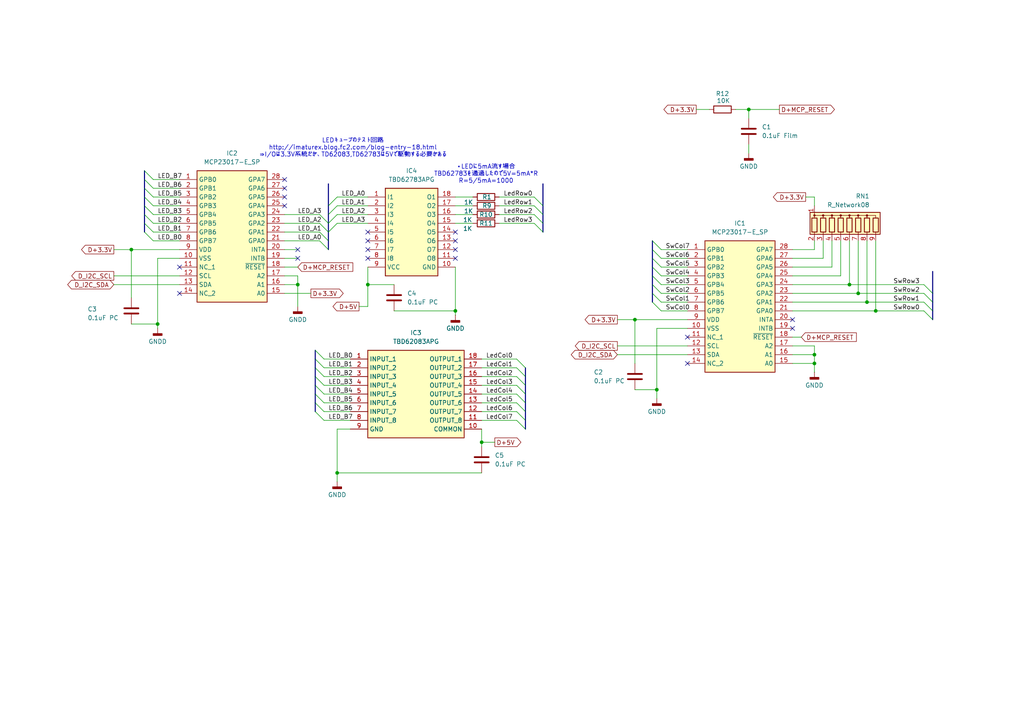
<source format=kicad_sch>
(kicad_sch (version 20231120) (generator "eeschema") (generator_version "8.0")
  (paper "A4")
  (lib_symbols
    (symbol "Device:C" (pin_numbers hide) (pin_names (offset 0.254))
      (property "Reference" "C" (at 0.635 2.54 0))
      (property "Value" "C" (at 0.635 -2.54 0))
      (symbol "C_0_1"
        (polyline (pts (xy -2.032 -0.762) (xy 2.032 -0.762)) (stroke (width 0.508)))
        (polyline (pts (xy -2.032 0.762) (xy 2.032 0.762)) (stroke (width 0.508)))
      )
      (symbol "C_1_1"
        (pin passive line (at 0 3.81 270) (length 2.794) (name "~") (number "1"))
        (pin passive line (at 0 -3.81 90) (length 2.794) (name "~") (number "2"))
      )
    )
    (symbol "Device:R" (pin_numbers hide) (pin_names (offset 0))
      (property "Reference" "R" (at 2.032 0 90))
      (property "Value" "R" (at 0 0 90))
      (symbol "R_0_1"
        (rectangle (start -1.016 -2.54) (end 1.016 2.54) (stroke (width 0.254)))
      )
      (symbol "R_1_1"
        (pin passive line (at 0 3.81 270) (length 1.27) (name "~") (number "1"))
        (pin passive line (at 0 -3.81 90) (length 1.27) (name "~") (number "2"))
      )
    )
    (symbol "Device:R_Network08" (pin_names (offset 0) hide)
      (property "Reference" "RN" (at -12.7 0 90))
      (property "Value" "R_Network08" (at 10.16 0 90))
      (symbol "R_Network08_0_1"
        (rectangle (start -11.43 -3.175) (end 8.89 3.175) (stroke (width 0.254)) (fill (type background)))
        (rectangle (start -10.922 1.524) (end -9.398 -2.54) (stroke (width 0.254)))
        (circle (center -10.16 2.286) (radius 0.254) (fill (type outline)))
        (rectangle (start -8.382 1.524) (end -6.858 -2.54) (stroke (width 0.254)))
        (circle (center -7.62 2.286) (radius 0.254) (fill (type outline)))
        (rectangle (start -5.842 1.524) (end -4.318 -2.54) (stroke (width 0.254)))
        (circle (center -5.08 2.286) (radius 0.254) (fill (type outline)))
        (rectangle (start -3.302 1.524) (end -1.778 -2.54) (stroke (width 0.254)))
        (circle (center -2.54 2.286) (radius 0.254) (fill (type outline)))
        (rectangle (start -0.762 1.524) (end 0.762 -2.54) (stroke (width 0.254)))
        (polyline (pts (xy -10.16 -2.54) (xy -10.16 -3.81)))
        (polyline (pts (xy -7.62 -2.54) (xy -7.62 -3.81)))
        (polyline (pts (xy -5.08 -2.54) (xy -5.08 -3.81)))
        (polyline (pts (xy -2.54 -2.54) (xy -2.54 -3.81)))
        (polyline (pts (xy 0 -2.54) (xy 0 -3.81)))
        (polyline (pts (xy 2.54 -2.54) (xy 2.54 -3.81)))
        (polyline (pts (xy 5.08 -2.54) (xy 5.08 -3.81)))
        (polyline (pts (xy 7.62 -2.54) (xy 7.62 -3.81)))
        (polyline (pts (xy -10.16 1.524) (xy -10.16 2.286) (xy -7.62 2.286) (xy -7.62 1.524)))
        (polyline (pts (xy -7.62 1.524) (xy -7.62 2.286) (xy -5.08 2.286) (xy -5.08 1.524)))
        (polyline (pts (xy -5.08 1.524) (xy -5.08 2.286) (xy -2.54 2.286) (xy -2.54 1.524)))
        (polyline (pts (xy -2.54 1.524) (xy -2.54 2.286) (xy 0 2.286) (xy 0 1.524)))
        (polyline (pts (xy 0 1.524) (xy 0 2.286) (xy 2.54 2.286) (xy 2.54 1.524)))
        (polyline (pts (xy 2.54 1.524) (xy 2.54 2.286) (xy 5.08 2.286) (xy 5.08 1.524)))
        (polyline (pts (xy 5.08 1.524) (xy 5.08 2.286) (xy 7.62 2.286) (xy 7.62 1.524)))
        (circle (center 0 2.286) (radius 0.254) (fill (type outline)))
        (rectangle (start 1.778 1.524) (end 3.302 -2.54) (stroke (width 0.254)))
        (circle (center 2.54 2.286) (radius 0.254) (fill (type outline)))
        (rectangle (start 4.318 1.524) (end 5.842 -2.54) (stroke (width 0.254)))
        (circle (center 5.08 2.286) (radius 0.254) (fill (type outline)))
        (rectangle (start 6.858 1.524) (end 8.382 -2.54) (stroke (width 0.254)))
      )
      (symbol "R_Network08_1_1"
        (pin passive line (at -10.16 5.08 270) (length 2.54) (name "common") (number "1"))
        (pin passive line (at -10.16 -5.08 90) (length 1.27) (name "R1") (number "2"))
        (pin passive line (at -7.62 -5.08 90) (length 1.27) (name "R2") (number "3"))
        (pin passive line (at -5.08 -5.08 90) (length 1.27) (name "R3") (number "4"))
        (pin passive line (at -2.54 -5.08 90) (length 1.27) (name "R4") (number "5"))
        (pin passive line (at 0 -5.08 90) (length 1.27) (name "R5") (number "6"))
        (pin passive line (at 2.54 -5.08 90) (length 1.27) (name "R6") (number "7"))
        (pin passive line (at 5.08 -5.08 90) (length 1.27) (name "R7") (number "8"))
        (pin passive line (at 7.62 -5.08 90) (length 1.27) (name "R8") (number "9"))
      )
    )
    (symbol "SamacSys_Parts:MCP23017-E_SP"
      (property "Reference" "IC" (at 26.67 7.62 0))
      (property "Value" "MCP23017-E_SP" (at 26.67 5.08 0))
      (symbol "MCP23017-E_SP_1_1"
        (rectangle (start 5.08 2.54) (end 25.4 -35.56) (stroke (width 0.254)) (fill (type background)))
        (pin passive line (at 0 0 0) (length 5.08) (name "GPB0") (number "1"))
        (pin passive line (at 0 -22.86 0) (length 5.08) (name "VSS") (number "10"))
        (pin passive line (at 0 -25.4 0) (length 5.08) (name "NC_1") (number "11"))
        (pin passive line (at 0 -27.94 0) (length 5.08) (name "SCL") (number "12"))
        (pin passive line (at 0 -30.48 0) (length 5.08) (name "SDA") (number "13"))
        (pin passive line (at 0 -33.02 0) (length 5.08) (name "NC_2") (number "14"))
        (pin passive line (at 30.48 -33.02 180) (length 5.08) (name "A0") (number "15"))
        (pin passive line (at 30.48 -30.48 180) (length 5.08) (name "A1") (number "16"))
        (pin passive line (at 30.48 -27.94 180) (length 5.08) (name "A2") (number "17"))
        (pin passive line (at 30.48 -25.4 180) (length 5.08) (name "~{RESET}") (number "18"))
        (pin passive line (at 30.48 -22.86 180) (length 5.08) (name "INTB") (number "19"))
        (pin passive line (at 0 -2.54 0) (length 5.08) (name "GPB1") (number "2"))
        (pin passive line (at 30.48 -20.32 180) (length 5.08) (name "INTA") (number "20"))
        (pin passive line (at 30.48 -17.78 180) (length 5.08) (name "GPA0") (number "21"))
        (pin passive line (at 30.48 -15.24 180) (length 5.08) (name "GPA1") (number "22"))
        (pin passive line (at 30.48 -12.7 180) (length 5.08) (name "GPA2") (number "23"))
        (pin passive line (at 30.48 -10.16 180) (length 5.08) (name "GPA3") (number "24"))
        (pin passive line (at 30.48 -7.62 180) (length 5.08) (name "GPA4") (number "25"))
        (pin passive line (at 30.48 -5.08 180) (length 5.08) (name "GPA5") (number "26"))
        (pin passive line (at 30.48 -2.54 180) (length 5.08) (name "GPA6") (number "27"))
        (pin passive line (at 30.48 0 180) (length 5.08) (name "GPA7") (number "28"))
        (pin passive line (at 0 -5.08 0) (length 5.08) (name "GPB2") (number "3"))
        (pin passive line (at 0 -7.62 0) (length 5.08) (name "GPB3") (number "4"))
        (pin passive line (at 0 -10.16 0) (length 5.08) (name "GPB4") (number "5"))
        (pin passive line (at 0 -12.7 0) (length 5.08) (name "GPB5") (number "6"))
        (pin passive line (at 0 -15.24 0) (length 5.08) (name "GPB6") (number "7"))
        (pin passive line (at 0 -17.78 0) (length 5.08) (name "GPB7") (number "8"))
        (pin passive line (at 0 -20.32 0) (length 5.08) (name "VDD") (number "9"))
      )
    )
    (symbol "SamacSys_Parts:TBD62083APG"
      (property "Reference" "IC" (at 34.29 7.62 0))
      (property "Value" "TBD62083APG" (at 34.29 5.08 0))
      (symbol "TBD62083APG_1_1"
        (rectangle (start 5.08 2.54) (end 33.02 -22.86) (stroke (width 0.254)) (fill (type background)))
        (pin input line (at 0 0 0) (length 5.08) (name "INPUT_1") (number "1"))
        (pin power_in line (at 38.1 -20.32 180) (length 5.08) (name "COMMON") (number "10"))
        (pin output line (at 38.1 -17.78 180) (length 5.08) (name "OUTPUT_8") (number "11"))
        (pin output line (at 38.1 -15.24 180) (length 5.08) (name "OUTPUT_7") (number "12"))
        (pin output line (at 38.1 -12.7 180) (length 5.08) (name "OUTPUT_6") (number "13"))
        (pin output line (at 38.1 -10.16 180) (length 5.08) (name "OUTPUT_5") (number "14"))
        (pin output line (at 38.1 -7.62 180) (length 5.08) (name "OUTPUT_4") (number "15"))
        (pin output line (at 38.1 -5.08 180) (length 5.08) (name "OUTPUT_3") (number "16"))
        (pin output line (at 38.1 -2.54 180) (length 5.08) (name "OUTPUT_2") (number "17"))
        (pin output line (at 38.1 0 180) (length 5.08) (name "OUTPUT_1") (number "18"))
        (pin input line (at 0 -2.54 0) (length 5.08) (name "INPUT_2") (number "2"))
        (pin input line (at 0 -5.08 0) (length 5.08) (name "INPUT_3") (number "3"))
        (pin input line (at 0 -7.62 0) (length 5.08) (name "INPUT_4") (number "4"))
        (pin input line (at 0 -10.16 0) (length 5.08) (name "INPUT_5") (number "5"))
        (pin input line (at 0 -12.7 0) (length 5.08) (name "INPUT_6") (number "6"))
        (pin input line (at 0 -15.24 0) (length 5.08) (name "INPUT_7") (number "7"))
        (pin input line (at 0 -17.78 0) (length 5.08) (name "INPUT_8") (number "8"))
        (pin power_in line (at 0 -20.32 0) (length 5.08) (name "GND") (number "9"))
      )
    )
    (symbol "SamacSys_Parts:TBD62783APG"
      (property "Reference" "IC" (at 21.59 7.62 0))
      (property "Value" "TBD62783APG" (at 21.59 5.08 0))
      (symbol "TBD62783APG_1_1"
        (rectangle (start 5.08 2.54) (end 20.32 -22.86) (stroke (width 0.254)) (fill (type background)))
        (pin passive line (at 0 0 0) (length 5.08) (name "I1") (number "1"))
        (pin passive line (at 25.4 -20.32 180) (length 5.08) (name "GND") (number "10"))
        (pin passive line (at 25.4 -17.78 180) (length 5.08) (name "O8") (number "11"))
        (pin passive line (at 25.4 -15.24 180) (length 5.08) (name "O7") (number "12"))
        (pin passive line (at 25.4 -12.7 180) (length 5.08) (name "O6") (number "13"))
        (pin passive line (at 25.4 -10.16 180) (length 5.08) (name "O5") (number "14"))
        (pin passive line (at 25.4 -7.62 180) (length 5.08) (name "O4") (number "15"))
        (pin passive line (at 25.4 -5.08 180) (length 5.08) (name "O3") (number "16"))
        (pin passive line (at 25.4 -2.54 180) (length 5.08) (name "O2") (number "17"))
        (pin passive line (at 25.4 0 180) (length 5.08) (name "O1") (number "18"))
        (pin passive line (at 0 -2.54 0) (length 5.08) (name "I2") (number "2"))
        (pin passive line (at 0 -5.08 0) (length 5.08) (name "I3") (number "3"))
        (pin passive line (at 0 -7.62 0) (length 5.08) (name "I4") (number "4"))
        (pin passive line (at 0 -10.16 0) (length 5.08) (name "I5") (number "5"))
        (pin passive line (at 0 -12.7 0) (length 5.08) (name "I6") (number "6"))
        (pin passive line (at 0 -15.24 0) (length 5.08) (name "I7") (number "7"))
        (pin passive line (at 0 -17.78 0) (length 5.08) (name "I8") (number "8"))
        (pin passive line (at 0 -20.32 0) (length 5.08) (name "VCC") (number "9"))
      )
    )
    (symbol "power:GNDD" (power) (pin_numbers hide) (pin_names (offset 0) hide)
      (property "Value" "GNDD" (at 0 -3.175 0))
      (symbol "GNDD_0_1"
        (rectangle (start -1.27 -1.524) (end 1.27 -2.032) (stroke (width 0.254)) (fill (type outline)))
        (polyline (pts (xy 0 0) (xy 0 -1.524)))
      )
      (symbol "GNDD_1_1"
        (pin power_in line (at 0 0 270) (length 0) (name "~") (number "1"))
      )
    )
  )
  (junction (at 132.08 90.17))
  (junction (at 106.68 82.55))
  (junction (at 246.38 82.55))
  (junction (at 248.92 85.09))
  (junction (at 184.15 92.71))
  (junction (at 236.22 105.41))
  (junction (at 139.7 128.27))
  (junction (at 38.1 72.39))
  (junction (at 190.5 113.03))
  (junction (at 251.46 87.63))
  (junction (at 217.17 31.75))
  (junction (at 254 90.17))
  (junction (at 236.22 102.87))
  (junction (at 97.79 137.16))
  (junction (at 45.72 93.98))
  (junction (at 86.36 82.55))
  (no_connect (at 229.87 95.25))
  (no_connect (at 106.68 67.31))
  (no_connect (at 82.55 52.07))
  (no_connect (at 132.08 67.31))
  (no_connect (at 82.55 57.15))
  (no_connect (at 106.68 74.93))
  (no_connect (at 52.07 85.09))
  (no_connect (at 132.08 69.85))
  (no_connect (at 86.36 72.39))
  (no_connect (at 132.08 74.93))
  (no_connect (at 199.39 105.41))
  (no_connect (at 106.68 69.85))
  (no_connect (at 86.36 74.93))
  (no_connect (at 82.55 59.69))
  (no_connect (at 229.87 92.71))
  (no_connect (at 106.68 72.39))
  (no_connect (at 132.08 72.39))
  (no_connect (at 199.39 97.79))
  (no_connect (at 82.55 54.61))
  (no_connect (at 52.07 77.47))
  (bus_entry (at 149.86 119.38) (size 2.54 2.54))
  (bus_entry (at 149.86 121.92) (size 2.54 2.54))
  (bus_entry (at 157.48 64.77) (size -2.54 -2.54))
  (bus_entry (at 149.86 106.68) (size 2.54 2.54))
  (bus_entry (at 41.91 49.53) (size 2.54 2.54))
  (bus_entry (at 91.44 111.76) (size 2.54 2.54))
  (bus_entry (at 189.23 87.63) (size 2.54 2.54))
  (bus_entry (at 91.44 114.3) (size 2.54 2.54))
  (bus_entry (at 97.79 64.77) (size -2.54 2.54))
  (bus_entry (at 149.86 111.76) (size 2.54 2.54))
  (bus_entry (at 189.23 80.01) (size 2.54 2.54))
  (bus_entry (at 189.23 77.47) (size 2.54 2.54))
  (bus_entry (at 41.91 59.69) (size 2.54 2.54))
  (bus_entry (at 189.23 82.55) (size 2.54 2.54))
  (bus_entry (at 157.48 59.69) (size -2.54 -2.54))
  (bus_entry (at 91.44 106.68) (size 2.54 2.54))
  (bus_entry (at 270.51 90.17) (size -2.54 -2.54))
  (bus_entry (at 97.79 59.69) (size -2.54 2.54))
  (bus_entry (at 41.91 62.23) (size 2.54 2.54))
  (bus_entry (at 92.71 67.31) (size 2.54 2.54))
  (bus_entry (at 92.71 62.23) (size 2.54 2.54))
  (bus_entry (at 270.51 85.09) (size -2.54 -2.54))
  (bus_entry (at 41.91 54.61) (size 2.54 2.54))
  (bus_entry (at 97.79 62.23) (size -2.54 2.54))
  (bus_entry (at 157.48 67.31) (size -2.54 -2.54))
  (bus_entry (at 91.44 116.84) (size 2.54 2.54))
  (bus_entry (at 149.86 109.22) (size 2.54 2.54))
  (bus_entry (at 270.51 92.71) (size -2.54 -2.54))
  (bus_entry (at 189.23 74.93) (size 2.54 2.54))
  (bus_entry (at 92.71 69.85) (size 2.54 2.54))
  (bus_entry (at 157.48 62.23) (size -2.54 -2.54))
  (bus_entry (at 270.51 87.63) (size -2.54 -2.54))
  (bus_entry (at 91.44 104.14) (size 2.54 2.54))
  (bus_entry (at 149.86 116.84) (size 2.54 2.54))
  (bus_entry (at 92.71 64.77) (size 2.54 2.54))
  (bus_entry (at 189.23 85.09) (size 2.54 2.54))
  (bus_entry (at 91.44 119.38) (size 2.54 2.54))
  (bus_entry (at 41.91 52.07) (size 2.54 2.54))
  (bus_entry (at 91.44 101.6) (size 2.54 2.54))
  (bus_entry (at 91.44 109.22) (size 2.54 2.54))
  (bus_entry (at 189.23 69.85) (size 2.54 2.54))
  (bus_entry (at 149.86 104.14) (size 2.54 2.54))
  (bus_entry (at 41.91 57.15) (size 2.54 2.54))
  (bus_entry (at 41.91 67.31) (size 2.54 2.54))
  (bus_entry (at 189.23 72.39) (size 2.54 2.54))
  (bus_entry (at 41.91 64.77) (size 2.54 2.54))
  (bus_entry (at 97.79 57.15) (size -2.54 2.54))
  (bus_entry (at 149.86 114.3) (size 2.54 2.54))
  (wire (pts (xy 184.15 92.71) (xy 184.15 105.41)))
  (wire (pts (xy 246.38 82.55) (xy 246.38 69.85)))
  (bus (pts (xy 95.25 62.23) (xy 95.25 64.77)))
  (bus (pts (xy 152.4 114.3) (xy 152.4 116.84)))
  (wire (pts (xy 191.77 72.39) (xy 199.39 72.39)))
  (wire (pts (xy 241.3 77.47) (xy 241.3 69.85)))
  (wire (pts (xy 44.45 57.15) (xy 52.07 57.15)))
  (wire (pts (xy 190.5 113.03) (xy 190.5 115.57)))
  (wire (pts (xy 144.78 57.15) (xy 154.94 57.15)))
  (wire (pts (xy 229.87 90.17) (xy 254 90.17)))
  (bus (pts (xy 152.4 119.38) (xy 152.4 121.92)))
  (bus (pts (xy 157.48 53.34) (xy 157.48 59.69)))
  (wire (pts (xy 217.17 31.75) (xy 217.17 34.29)))
  (bus (pts (xy 157.48 62.23) (xy 157.48 64.77)))
  (wire (pts (xy 139.7 106.68) (xy 149.86 106.68)))
  (bus (pts (xy 91.44 106.68) (xy 91.44 109.22)))
  (wire (pts (xy 45.72 74.93) (xy 45.72 93.98)))
  (bus (pts (xy 91.44 104.14) (xy 91.44 106.68)))
  (bus (pts (xy 41.91 62.23) (xy 41.91 64.77)))
  (wire (pts (xy 93.98 111.76) (xy 101.6 111.76)))
  (wire (pts (xy 144.78 64.77) (xy 154.94 64.77)))
  (wire (pts (xy 139.7 111.76) (xy 149.86 111.76)))
  (wire (pts (xy 229.87 74.93) (xy 238.76 74.93)))
  (wire (pts (xy 82.55 72.39) (xy 86.36 72.39)))
  (wire (pts (xy 44.45 67.31) (xy 52.07 67.31)))
  (wire (pts (xy 132.08 77.47) (xy 132.08 90.17)))
  (wire (pts (xy 179.07 100.33) (xy 199.39 100.33)))
  (wire (pts (xy 229.87 100.33) (xy 236.22 100.33)))
  (wire (pts (xy 229.87 85.09) (xy 248.92 85.09)))
  (wire (pts (xy 144.78 62.23) (xy 154.94 62.23)))
  (wire (pts (xy 184.15 113.03) (xy 190.5 113.03)))
  (wire (pts (xy 248.92 85.09) (xy 267.97 85.09)))
  (wire (pts (xy 97.79 64.77) (xy 106.68 64.77)))
  (wire (pts (xy 97.79 124.46) (xy 97.79 137.16)))
  (wire (pts (xy 229.87 80.01) (xy 243.84 80.01)))
  (wire (pts (xy 82.55 69.85) (xy 92.71 69.85)))
  (wire (pts (xy 93.98 121.92) (xy 101.6 121.92)))
  (wire (pts (xy 236.22 102.87) (xy 236.22 105.41)))
  (wire (pts (xy 190.5 95.25) (xy 190.5 113.03)))
  (bus (pts (xy 270.51 87.63) (xy 270.51 90.17)))
  (wire (pts (xy 238.76 74.93) (xy 238.76 69.85)))
  (wire (pts (xy 44.45 54.61) (xy 52.07 54.61)))
  (wire (pts (xy 139.7 124.46) (xy 139.7 128.27)))
  (wire (pts (xy 38.1 72.39) (xy 52.07 72.39)))
  (bus (pts (xy 270.51 85.09) (xy 270.51 87.63)))
  (wire (pts (xy 248.92 85.09) (xy 248.92 69.85)))
  (wire (pts (xy 201.93 31.75) (xy 205.74 31.75)))
  (wire (pts (xy 254 90.17) (xy 267.97 90.17)))
  (wire (pts (xy 33.02 80.01) (xy 52.07 80.01)))
  (wire (pts (xy 86.36 82.55) (xy 82.55 82.55)))
  (wire (pts (xy 33.02 82.55) (xy 52.07 82.55)))
  (bus (pts (xy 91.44 101.6) (xy 91.44 104.14)))
  (bus (pts (xy 91.44 111.76) (xy 91.44 114.3)))
  (wire (pts (xy 139.7 114.3) (xy 149.86 114.3)))
  (bus (pts (xy 189.23 72.39) (xy 189.23 74.93)))
  (bus (pts (xy 189.23 69.85) (xy 189.23 72.39)))
  (wire (pts (xy 106.68 82.55) (xy 106.68 77.47)))
  (bus (pts (xy 41.91 49.53) (xy 41.91 52.07)))
  (wire (pts (xy 97.79 137.16) (xy 97.79 139.7)))
  (wire (pts (xy 132.08 59.69) (xy 137.16 59.69)))
  (wire (pts (xy 139.7 128.27) (xy 143.51 128.27)))
  (wire (pts (xy 82.55 67.31) (xy 92.71 67.31)))
  (wire (pts (xy 44.45 52.07) (xy 52.07 52.07)))
  (wire (pts (xy 144.78 59.69) (xy 154.94 59.69)))
  (bus (pts (xy 41.91 57.15) (xy 41.91 59.69)))
  (wire (pts (xy 251.46 87.63) (xy 251.46 69.85)))
  (wire (pts (xy 229.87 97.79) (xy 232.41 97.79)))
  (wire (pts (xy 45.72 93.98) (xy 45.72 95.25)))
  (wire (pts (xy 97.79 62.23) (xy 106.68 62.23)))
  (wire (pts (xy 106.68 82.55) (xy 114.3 82.55)))
  (wire (pts (xy 44.45 69.85) (xy 52.07 69.85)))
  (wire (pts (xy 217.17 41.91) (xy 217.17 44.45)))
  (bus (pts (xy 41.91 54.61) (xy 41.91 57.15)))
  (wire (pts (xy 33.02 72.39) (xy 38.1 72.39)))
  (bus (pts (xy 270.51 90.17) (xy 270.51 92.71)))
  (wire (pts (xy 93.98 106.68) (xy 101.6 106.68)))
  (wire (pts (xy 132.08 90.17) (xy 132.08 91.44)))
  (wire (pts (xy 44.45 59.69) (xy 52.07 59.69)))
  (wire (pts (xy 191.77 74.93) (xy 199.39 74.93)))
  (wire (pts (xy 139.7 121.92) (xy 149.86 121.92)))
  (wire (pts (xy 97.79 59.69) (xy 106.68 59.69)))
  (wire (pts (xy 38.1 93.98) (xy 45.72 93.98)))
  (wire (pts (xy 233.68 57.15) (xy 236.22 57.15)))
  (wire (pts (xy 199.39 95.25) (xy 190.5 95.25)))
  (wire (pts (xy 82.55 80.01) (xy 86.36 80.01)))
  (wire (pts (xy 44.45 62.23) (xy 52.07 62.23)))
  (wire (pts (xy 132.08 64.77) (xy 137.16 64.77)))
  (wire (pts (xy 246.38 82.55) (xy 267.97 82.55)))
  (wire (pts (xy 191.77 77.47) (xy 199.39 77.47)))
  (wire (pts (xy 251.46 87.63) (xy 267.97 87.63)))
  (wire (pts (xy 52.07 74.93) (xy 45.72 74.93)))
  (wire (pts (xy 106.68 88.9) (xy 106.68 82.55)))
  (wire (pts (xy 86.36 88.9) (xy 86.36 82.55)))
  (wire (pts (xy 236.22 105.41) (xy 236.22 107.95)))
  (wire (pts (xy 139.7 116.84) (xy 149.86 116.84)))
  (wire (pts (xy 139.7 128.27) (xy 139.7 129.54)))
  (bus (pts (xy 41.91 52.07) (xy 41.91 54.61)))
  (wire (pts (xy 184.15 92.71) (xy 199.39 92.71)))
  (wire (pts (xy 229.87 82.55) (xy 246.38 82.55)))
  (bus (pts (xy 189.23 82.55) (xy 189.23 85.09)))
  (wire (pts (xy 82.55 85.09) (xy 90.17 85.09)))
  (bus (pts (xy 41.91 59.69) (xy 41.91 62.23)))
  (wire (pts (xy 44.45 64.77) (xy 52.07 64.77)))
  (bus (pts (xy 189.23 77.47) (xy 189.23 80.01)))
  (bus (pts (xy 95.25 64.77) (xy 95.25 67.31)))
  (bus (pts (xy 189.23 80.01) (xy 189.23 82.55)))
  (bus (pts (xy 157.48 64.77) (xy 157.48 67.31)))
  (wire (pts (xy 254 90.17) (xy 254 69.85)))
  (wire (pts (xy 132.08 57.15) (xy 137.16 57.15)))
  (wire (pts (xy 38.1 72.39) (xy 38.1 86.36)))
  (bus (pts (xy 270.51 78.74) (xy 270.51 85.09)))
  (bus (pts (xy 95.25 53.34) (xy 95.25 59.69)))
  (wire (pts (xy 104.14 88.9) (xy 106.68 88.9)))
  (wire (pts (xy 93.98 114.3) (xy 101.6 114.3)))
  (bus (pts (xy 152.4 111.76) (xy 152.4 114.3)))
  (wire (pts (xy 97.79 137.16) (xy 139.7 137.16)))
  (bus (pts (xy 157.48 59.69) (xy 157.48 62.23)))
  (bus (pts (xy 152.4 106.68) (xy 152.4 109.22)))
  (wire (pts (xy 229.87 77.47) (xy 241.3 77.47)))
  (wire (pts (xy 213.36 31.75) (xy 217.17 31.75)))
  (wire (pts (xy 139.7 119.38) (xy 149.86 119.38)))
  (wire (pts (xy 236.22 57.15) (xy 236.22 59.69)))
  (wire (pts (xy 82.55 74.93) (xy 86.36 74.93)))
  (wire (pts (xy 191.77 90.17) (xy 199.39 90.17)))
  (wire (pts (xy 191.77 82.55) (xy 199.39 82.55)))
  (wire (pts (xy 179.07 92.71) (xy 184.15 92.71)))
  (wire (pts (xy 93.98 119.38) (xy 101.6 119.38)))
  (wire (pts (xy 82.55 62.23) (xy 92.71 62.23)))
  (wire (pts (xy 86.36 80.01) (xy 86.36 82.55)))
  (wire (pts (xy 82.55 77.47) (xy 86.36 77.47)))
  (wire (pts (xy 93.98 109.22) (xy 101.6 109.22)))
  (bus (pts (xy 152.4 121.92) (xy 152.4 124.46)))
  (wire (pts (xy 93.98 104.14) (xy 101.6 104.14)))
  (wire (pts (xy 236.22 69.85) (xy 236.22 72.39)))
  (bus (pts (xy 189.23 74.93) (xy 189.23 77.47)))
  (bus (pts (xy 91.44 109.22) (xy 91.44 111.76)))
  (wire (pts (xy 191.77 85.09) (xy 199.39 85.09)))
  (bus (pts (xy 95.25 67.31) (xy 95.25 69.85)))
  (bus (pts (xy 95.25 59.69) (xy 95.25 62.23)))
  (wire (pts (xy 179.07 102.87) (xy 199.39 102.87)))
  (wire (pts (xy 229.87 102.87) (xy 236.22 102.87)))
  (bus (pts (xy 91.44 114.3) (xy 91.44 116.84)))
  (wire (pts (xy 93.98 116.84) (xy 101.6 116.84)))
  (wire (pts (xy 236.22 100.33) (xy 236.22 102.87)))
  (wire (pts (xy 132.08 62.23) (xy 137.16 62.23)))
  (wire (pts (xy 217.17 31.75) (xy 226.06 31.75)))
  (wire (pts (xy 82.55 64.77) (xy 92.71 64.77)))
  (bus (pts (xy 189.23 85.09) (xy 189.23 87.63)))
  (bus (pts (xy 152.4 109.22) (xy 152.4 111.76)))
  (wire (pts (xy 139.7 104.14) (xy 149.86 104.14)))
  (bus (pts (xy 152.4 116.84) (xy 152.4 119.38)))
  (bus (pts (xy 91.44 116.84) (xy 91.44 119.38)))
  (wire (pts (xy 191.77 87.63) (xy 199.39 87.63)))
  (wire (pts (xy 243.84 80.01) (xy 243.84 69.85)))
  (wire (pts (xy 139.7 109.22) (xy 149.86 109.22)))
  (bus (pts (xy 41.91 64.77) (xy 41.91 67.31)))
  (wire (pts (xy 236.22 72.39) (xy 229.87 72.39)))
  (bus (pts (xy 95.25 69.85) (xy 95.25 72.39)))
  (wire (pts (xy 229.87 105.41) (xy 236.22 105.41)))
  (wire (pts (xy 101.6 124.46) (xy 97.79 124.46)))
  (wire (pts (xy 229.87 87.63) (xy 251.46 87.63)))
  (wire (pts (xy 97.79 57.15) (xy 106.68 57.15)))
  (wire (pts (xy 114.3 90.17) (xy 132.08 90.17)))
  (wire (pts (xy 191.77 80.01) (xy 199.39 80.01)))
  (text "LEDキューブのテスト回路\nhttp://imaturex.blog.fc2.com/blog-entry-18.html\n⇒I/Oは3.3V系統だが、TD62083,TD62783は5Vで駆動する必要がある" (at 102.362 42.926 0) (effects (font (size 1.27 1.27))))
  (text "・LEDに5mA流す場合\nTBD62783を通過したので5V=5mA*R\nR=5/5mA=1000\n" (at 140.97 50.546 0) (effects (font (size 1.27 1.27))))
  (label "SwRow3" (at 259.08 82.55 0))
  (label "LED_B6" (at 45.72 54.61 0))
  (label "LED_A0" (at 86.36 69.85 0))
  (label "LedCol4" (at 140.97 114.3 0))
  (label "SwRow0" (at 259.08 90.17 0))
  (label "LED_B0" (at 95.25 104.14 0))
  (label "LedRow1" (at 146.05 59.69 0))
  (label "SwCol0" (at 193.04 90.17 0))
  (label "LED_B1" (at 95.25 106.68 0))
  (label "LedCol0" (at 140.97 104.14 0))
  (label "SwCol2" (at 193.04 85.09 0))
  (label "LED_B2" (at 45.72 64.77 0))
  (label "SwCol4" (at 193.04 80.01 0))
  (label "LedCol3" (at 140.97 111.76 0))
  (label "LED_A3" (at 99.06 64.77 0))
  (label "LED_A2" (at 99.06 62.23 0))
  (label "LedCol7" (at 140.97 121.92 0))
  (label "LED_B1" (at 45.72 67.31 0))
  (label "LED_A1" (at 86.36 67.31 0))
  (label "LED_A1" (at 99.06 59.69 0))
  (label "LED_B3" (at 95.25 111.76 0))
  (label "SwCol3" (at 193.04 82.55 0))
  (label "LED_B4" (at 45.72 59.69 0))
  (label "LedCol1" (at 140.97 106.68 0))
  (label "LED_A2" (at 86.36 64.77 0))
  (label "SwCol1" (at 193.04 87.63 0))
  (label "SwCol7" (at 193.04 72.39 0))
  (label "LED_B0" (at 45.72 69.85 0))
  (label "LedRow2" (at 146.05 62.23 0))
  (label "LED_B5" (at 45.72 57.15 0))
  (label "SwCol5" (at 193.04 77.47 0))
  (label "LED_B3" (at 45.72 62.23 0))
  (label "LED_A0" (at 99.06 57.15 0))
  (label "LED_B7" (at 95.25 121.92 0))
  (label "LedCol6" (at 140.97 119.38 0))
  (label "SwCol6" (at 193.04 74.93 0))
  (label "LedCol5" (at 140.97 116.84 0))
  (label "LED_B7" (at 45.72 52.07 0))
  (label "LedRow3" (at 146.05 64.77 0))
  (label "LedRow0" (at 146.05 57.15 0))
  (label "LED_B6" (at 95.25 119.38 0))
  (label "LED_A3" (at 86.36 62.23 0))
  (label "LedCol2" (at 140.97 109.22 0))
  (label "LED_B2" (at 95.25 109.22 0))
  (label "SwRow2" (at 259.08 85.09 0))
  (label "LED_B4" (at 95.25 114.3 0))
  (label "SwRow1" (at 259.08 87.63 0))
  (label "LED_B5" (at 95.25 116.84 0))
  (global_label "D_I2C_SCL" (shape output) (at 179.07 100.33 180) (property "Intersheetrefs" "${INTERSHEET_REFS}" (effects (hide yes))))
  (global_label "D+MCP_RESET" (shape output) (at 226.06 31.75 0) (property "Intersheetrefs" "${INTERSHEET_REFS}" (effects (hide yes))))
  (global_label "D+5V" (shape output) (at 143.51 128.27 0) (property "Intersheetrefs" "${INTERSHEET_REFS}" (effects (hide yes))))
  (global_label "D+3.3V" (shape output) (at 179.07 92.71 180) (property "Intersheetrefs" "${INTERSHEET_REFS}" (effects (hide yes))))
  (global_label "D+3.3V" (shape output) (at 90.17 85.09 0) (property "Intersheetrefs" "${INTERSHEET_REFS}" (effects (hide yes))))
  (global_label "D+3.3V" (shape output) (at 233.68 57.15 180) (property "Intersheetrefs" "${INTERSHEET_REFS}" (effects (hide yes))))
  (global_label "D+5V" (shape output) (at 104.14 88.9 180) (property "Intersheetrefs" "${INTERSHEET_REFS}" (effects (hide yes))))
  (global_label "D_I2C_SDA" (shape bidirectional) (at 33.02 82.55 180) (property "Intersheetrefs" "${INTERSHEET_REFS}" (effects (hide yes))))
  (global_label "D+MCP_RESET" (shape input) (at 86.36 77.47 0) (property "Intersheetrefs" "${INTERSHEET_REFS}" (effects (hide yes))))
  (global_label "D+MCP_RESET" (shape input) (at 232.41 97.79 0) (property "Intersheetrefs" "${INTERSHEET_REFS}" (effects (hide yes))))
  (global_label "D_I2C_SCL" (shape output) (at 33.02 80.01 180) (property "Intersheetrefs" "${INTERSHEET_REFS}" (effects (hide yes))))
  (global_label "D+3.3V" (shape output) (at 201.93 31.75 180) (property "Intersheetrefs" "${INTERSHEET_REFS}" (effects (hide yes))))
  (global_label "D_I2C_SDA" (shape bidirectional) (at 179.07 102.87 180) (property "Intersheetrefs" "${INTERSHEET_REFS}" (effects (hide yes))))
  (global_label "D+3.3V" (shape output) (at 33.02 72.39 180) (property "Intersheetrefs" "${INTERSHEET_REFS}" (effects (hide yes))))
  (symbol (lib_id "Device:R") (at 140.97 59.69 90) (unit 1)
    (property "Reference" "R9" (at 141.224 59.69 90))
    (property "Value" "1K" (at 135.89 61.214 90))
    (property "Footprint" "Resistor_THT:R_Axial_DIN0207_L6.3mm_D2.5mm_P7.62mm_Horizontal" (effects (hide yes)))
    (property "Description" "Resistor" (effects (hide yes)))
  )
  (symbol (lib_id "Device:R_Network08") (at 246.38 64.77 0) (unit 1)
    (property "Reference" "RN1" (at 252.222 56.896 0) (effects (justify right)))
    (property "Value" "R_Network08" (at 252.222 59.436 0) (effects (justify right)))
    (property "Footprint" "Resistor_THT:R_Array_SIP9" (effects (hide yes)))
    (property "Datasheet" "http://www.vishay.com/docs/31509/csc.pdf" (effects (hide yes)))
    (property "Description" "8 resistor network, star topology, bussed resistors, small symbol" (effects (hide yes)))
  )
  (symbol (lib_id "Device:C") (at 139.7 133.35 0) (unit 1)
    (property "Reference" "C5" (at 143.51 132.0799 0) (effects (justify left)))
    (property "Value" "0.1uF PC" (at 143.51 134.6199 0) (effects (justify left)))
    (property "Footprint" "Capacitor_THT:C_Disc_D5.1mm_W3.2mm_P5.00mm" (effects (hide yes)))
    (property "Description" "Unpolarized capacitor" (effects (hide yes)))
  )
  (symbol (lib_id "Device:R") (at 140.97 57.15 90) (unit 1)
    (property "Reference" "R1" (at 141.224 57.15 90))
    (property "Value" "1K" (at 135.89 58.674 90))
    (property "Footprint" "Resistor_THT:R_Axial_DIN0207_L6.3mm_D2.5mm_P7.62mm_Horizontal" (effects (hide yes)))
    (property "Description" "Resistor" (effects (hide yes)))
  )
  (symbol (lib_id "Device:R") (at 140.97 64.77 90) (unit 1)
    (property "Reference" "R11" (at 140.97 64.77 90))
    (property "Value" "1K" (at 135.636 66.294 90))
    (property "Footprint" "Resistor_THT:R_Axial_DIN0207_L6.3mm_D2.5mm_P7.62mm_Horizontal" (effects (hide yes)))
    (property "Description" "Resistor" (effects (hide yes)))
  )
  (symbol (lib_id "power:GNDD") (at 190.5 115.57 0) (unit 1)
    (property "Reference" "#PWR024" (effects (hide yes)))
    (property "Value" "GNDD" (at 190.5 119.38 0))
    (property "Description" "Power symbol creates a global label with name \"GNDD\" , digital ground" (effects (hide yes)))
  )
  (symbol (lib_id "power:GNDD") (at 236.22 107.95 0) (unit 1)
    (property "Reference" "#PWR025" (effects (hide yes)))
    (property "Value" "GNDD" (at 236.22 111.76 0))
    (property "Description" "Power symbol creates a global label with name \"GNDD\" , digital ground" (effects (hide yes)))
  )
  (symbol (lib_id "SamacSys_Parts:TBD62083APG") (at 101.6 104.14 0) (unit 1)
    (property "Reference" "IC3" (at 120.65 96.52 0))
    (property "Value" "TBD62083APG" (at 120.65 99.06 0))
    (property "Footprint" "DIP926W55P254L2286H480Q18N" (effects (hide yes)))
    (property "Datasheet" "https://toshiba.semicon-storage.com/info/docget.jsp?did=29893&prodName=TBD62083APG" (effects (hide yes)))
    (property "Description" "8 channel sink type DMOS transistor array" (effects (hide yes)))
    (property "Height" "4.8" (effects (hide yes)))
    (property "Manufacturer_Name" "Toshiba" (effects (hide yes)))
    (property "Manufacturer_Part_Number" "TBD62083APG" (effects (hide yes)))
    (property "Mouser Part Number" "757-TBD62083APG" (effects (hide yes)))
    (property "Mouser Price/Stock" "https://www.mouser.co.uk/ProductDetail/Toshiba/TBD62083APG?qs=fSnNYG2PaKKGqSJ%252BmtVM2w%3D%3D" (effects (hide yes)))
    (property "Arrow Part Number" "TBD62083APG" (effects (hide yes)))
    (property "Arrow Price/Stock" "null?region=nac" (effects (hide yes)))
  )
  (symbol (lib_id "Device:R") (at 140.97 62.23 90) (unit 1)
    (property "Reference" "R10" (at 140.97 62.23 90))
    (property "Value" "1K" (at 135.636 63.754 90))
    (property "Footprint" "Resistor_THT:R_Axial_DIN0207_L6.3mm_D2.5mm_P7.62mm_Horizontal" (effects (hide yes)))
    (property "Description" "Resistor" (effects (hide yes)))
  )
  (symbol (lib_id "power:GNDD") (at 97.79 139.7 0) (unit 1)
    (property "Reference" "#PWR023" (effects (hide yes)))
    (property "Value" "GNDD" (at 97.79 143.51 0))
    (property "Description" "Power symbol creates a global label with name \"GNDD\" , digital ground" (effects (hide yes)))
  )
  (symbol (lib_id "Device:C") (at 114.3 86.36 0) (unit 1)
    (property "Reference" "C4" (at 118.11 85.0899 0) (effects (justify left)))
    (property "Value" "0.1uF PC" (at 118.11 87.6299 0) (effects (justify left)))
    (property "Footprint" "Capacitor_THT:C_Disc_D5.1mm_W3.2mm_P5.00mm" (effects (hide yes)))
    (property "Description" "Unpolarized capacitor" (effects (hide yes)))
  )
  (symbol (lib_id "power:GNDD") (at 217.17 44.45 0) (unit 1)
    (property "Reference" "#PWR026" (effects (hide yes)))
    (property "Value" "GNDD" (at 217.17 48.26 0))
    (property "Description" "Power symbol creates a global label with name \"GNDD\" , digital ground" (effects (hide yes)))
  )
  (symbol (lib_id "power:GNDD") (at 45.72 95.25 0) (unit 1)
    (property "Reference" "#PWR021" (effects (hide yes)))
    (property "Value" "GNDD" (at 45.72 99.06 0))
    (property "Description" "Power symbol creates a global label with name \"GNDD\" , digital ground" (effects (hide yes)))
  )
  (symbol (lib_id "Device:C") (at 217.17 38.1 0) (unit 1)
    (property "Reference" "C1" (at 220.98 36.8299 0) (effects (justify left)))
    (property "Value" "0.1uF Film" (at 220.98 39.3699 0) (effects (justify left)))
    (property "Footprint" "Capacitor_THT:C_Rect_L7.2mm_W2.5mm_P5.00mm_FKS2_FKP2_MKS2_MKP2" (effects (hide yes)))
    (property "Description" "Unpolarized capacitor" (effects (hide yes)))
  )
  (symbol (lib_id "Device:R") (at 209.55 31.75 90) (unit 1)
    (property "Reference" "R12" (at 209.55 27.178 90))
    (property "Value" "10K" (at 209.804 29.21 90))
    (property "Footprint" "Resistor_THT:R_Axial_DIN0207_L6.3mm_D2.5mm_P7.62mm_Horizontal" (effects (hide yes)))
    (property "Description" "Resistor" (effects (hide yes)))
  )
  (symbol (lib_id "power:GNDD") (at 132.08 91.44 0) (unit 1)
    (property "Reference" "#PWR022" (effects (hide yes)))
    (property "Value" "GNDD" (at 132.08 95.25 0))
    (property "Description" "Power symbol creates a global label with name \"GNDD\" , digital ground" (effects (hide yes)))
  )
  (symbol (lib_id "SamacSys_Parts:MCP23017-E_SP") (at 199.39 72.39 0) (unit 1)
    (property "Reference" "IC1" (at 214.63 64.77 0))
    (property "Value" "MCP23017-E_SP" (at 214.63 67.31 0))
    (property "Footprint" "DIP794W56P254L3486H508Q28N" (effects (hide yes)))
    (property "Datasheet" "https://datasheet.datasheetarchive.com/originals/distributors/SFDatasheet-4/sf-00090057.pdf" (effects (hide yes)))
    (property "Description" "MCP23017-E/SP, I/O Expander, 28-Pin SPDIP" (effects (hide yes)))
    (property "Height" "5.08" (effects (hide yes)))
    (property "Manufacturer_Name" "Microchip" (effects (hide yes)))
    (property "Manufacturer_Part_Number" "MCP23017-E/SP" (effects (hide yes)))
    (property "Mouser Part Number" "579-MCP23017-E/SP" (effects (hide yes)))
    (property "Mouser Price/Stock" "https://www.mouser.co.uk/ProductDetail/Microchip-Technology/MCP23017-E-SP?qs=usxtMOJb1RyESXZDw7ia5A%3D%3D" (effects (hide yes)))
    (property "Arrow Part Number" "MCP23017-E/SP" (effects (hide yes)))
    (property "Arrow Price/Stock" "https://www.arrow.com/en/products/mcp23017-esp/microchip-technology?region=nac" (effects (hide yes)))
  )
  (symbol (lib_id "SamacSys_Parts:MCP23017-E_SP") (at 52.07 52.07 0) (unit 1)
    (property "Reference" "IC2" (at 67.31 44.45 0))
    (property "Value" "MCP23017-E_SP" (at 67.31 46.99 0))
    (property "Footprint" "DIP794W56P254L3486H508Q28N" (effects (hide yes)))
    (property "Datasheet" "https://datasheet.datasheetarchive.com/originals/distributors/SFDatasheet-4/sf-00090057.pdf" (effects (hide yes)))
    (property "Description" "MCP23017-E/SP, I/O Expander, 28-Pin SPDIP" (effects (hide yes)))
    (property "Height" "5.08" (effects (hide yes)))
    (property "Manufacturer_Name" "Microchip" (effects (hide yes)))
    (property "Manufacturer_Part_Number" "MCP23017-E/SP" (effects (hide yes)))
    (property "Mouser Part Number" "579-MCP23017-E/SP" (effects (hide yes)))
    (property "Mouser Price/Stock" "https://www.mouser.co.uk/ProductDetail/Microchip-Technology/MCP23017-E-SP?qs=usxtMOJb1RyESXZDw7ia5A%3D%3D" (effects (hide yes)))
    (property "Arrow Part Number" "MCP23017-E/SP" (effects (hide yes)))
    (property "Arrow Price/Stock" "https://www.arrow.com/en/products/mcp23017-esp/microchip-technology?region=nac" (effects (hide yes)))
  )
  (symbol (lib_id "SamacSys_Parts:TBD62783APG") (at 106.68 57.15 0) (unit 1)
    (property "Reference" "IC4" (at 119.38 49.53 0))
    (property "Value" "TBD62783APG" (at 119.38 52.07 0))
    (property "Footprint" "DIP762W55P254L2286H480Q18N" (effects (hide yes)))
    (property "Datasheet" "http://www.mouser.com/ds/2/408/TBD62783APG_datasheet_en_20160511-775715.pdf" (effects (hide yes)))
    (property "Description" "Gate Drivers DMOS Transistor Array 7-CH, 50V/0.5A" (effects (hide yes)))
    (property "Height" "4.8" (effects (hide yes)))
    (property "Manufacturer_Name" "Toshiba" (effects (hide yes)))
    (property "Manufacturer_Part_Number" "TBD62783APG" (effects (hide yes)))
    (property "Mouser Part Number" "757-TBD62783APG" (effects (hide yes)))
    (property "Mouser Price/Stock" "https://www.mouser.co.uk/ProductDetail/Toshiba/TBD62783APG?qs=fSnNYG2PaKK5hKU4I39ZPA%3D%3D" (effects (hide yes)))
    (property "Arrow Part Number" "TBD62783APG" (effects (hide yes)))
    (property "Arrow Price/Stock" "https://www.arrow.com/en/products/tbd62783apg/toshiba?region=nac" (effects (hide yes)))
  )
  (symbol (lib_id "power:GNDD") (at 86.36 88.9 0) (unit 1)
    (property "Reference" "#PWR020" (effects (hide yes)))
    (property "Value" "GNDD" (at 86.36 92.71 0))
    (property "Description" "Power symbol creates a global label with name \"GNDD\" , digital ground" (effects (hide yes)))
  )
  (symbol (lib_id "Device:C") (at 184.15 109.22 0) (unit 1)
    (property "Reference" "C2" (at 172.212 107.95 0) (effects (justify left)))
    (property "Value" "0.1uF PC" (at 172.212 110.49 0) (effects (justify left)))
    (property "Footprint" "Capacitor_THT:C_Disc_D5.1mm_W3.2mm_P5.00mm" (effects (hide yes)))
    (property "Description" "Unpolarized capacitor" (effects (hide yes)))
  )
  (symbol (lib_id "Device:C") (at 38.1 90.17 0) (unit 1)
    (property "Reference" "C3" (at 25.4 89.662 0) (effects (justify left)))
    (property "Value" "0.1uF PC" (at 25.4 92.202 0) (effects (justify left)))
    (property "Footprint" "Capacitor_THT:C_Disc_D5.1mm_W3.2mm_P5.00mm" (effects (hide yes)))
    (property "Description" "Unpolarized capacitor" (effects (hide yes)))
  )
)
</source>
